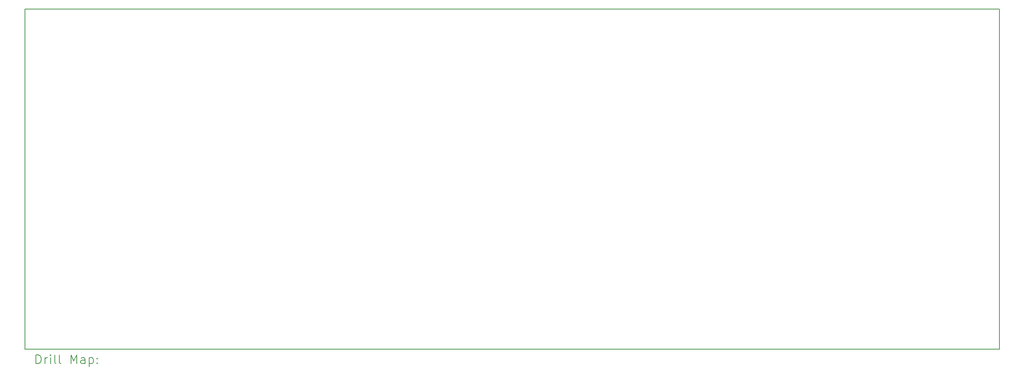
<source format=gbr>
%TF.GenerationSoftware,KiCad,Pcbnew,8.0.6-8.0.6-0~ubuntu24.04.1*%
%TF.CreationDate,2024-11-10T23:40:15-05:00*%
%TF.ProjectId,array,61727261-792e-46b6-9963-61645f706362,rev?*%
%TF.SameCoordinates,Original*%
%TF.FileFunction,Drillmap*%
%TF.FilePolarity,Positive*%
%FSLAX45Y45*%
G04 Gerber Fmt 4.5, Leading zero omitted, Abs format (unit mm)*
G04 Created by KiCad (PCBNEW 8.0.6-8.0.6-0~ubuntu24.04.1) date 2024-11-10 23:40:15*
%MOMM*%
%LPD*%
G01*
G04 APERTURE LIST*
%ADD10C,0.200000*%
G04 APERTURE END LIST*
D10*
X4480000Y-4481000D02*
X26307500Y-4481000D01*
X26307500Y-12100000D01*
X4480000Y-12100000D01*
X4480000Y-4481000D01*
X4730777Y-12421484D02*
X4730777Y-12221484D01*
X4730777Y-12221484D02*
X4778396Y-12221484D01*
X4778396Y-12221484D02*
X4806967Y-12231008D01*
X4806967Y-12231008D02*
X4826015Y-12250055D01*
X4826015Y-12250055D02*
X4835539Y-12269103D01*
X4835539Y-12269103D02*
X4845063Y-12307198D01*
X4845063Y-12307198D02*
X4845063Y-12335769D01*
X4845063Y-12335769D02*
X4835539Y-12373865D01*
X4835539Y-12373865D02*
X4826015Y-12392912D01*
X4826015Y-12392912D02*
X4806967Y-12411960D01*
X4806967Y-12411960D02*
X4778396Y-12421484D01*
X4778396Y-12421484D02*
X4730777Y-12421484D01*
X4930777Y-12421484D02*
X4930777Y-12288150D01*
X4930777Y-12326246D02*
X4940301Y-12307198D01*
X4940301Y-12307198D02*
X4949824Y-12297674D01*
X4949824Y-12297674D02*
X4968872Y-12288150D01*
X4968872Y-12288150D02*
X4987920Y-12288150D01*
X5054586Y-12421484D02*
X5054586Y-12288150D01*
X5054586Y-12221484D02*
X5045063Y-12231008D01*
X5045063Y-12231008D02*
X5054586Y-12240531D01*
X5054586Y-12240531D02*
X5064110Y-12231008D01*
X5064110Y-12231008D02*
X5054586Y-12221484D01*
X5054586Y-12221484D02*
X5054586Y-12240531D01*
X5178396Y-12421484D02*
X5159348Y-12411960D01*
X5159348Y-12411960D02*
X5149824Y-12392912D01*
X5149824Y-12392912D02*
X5149824Y-12221484D01*
X5283158Y-12421484D02*
X5264110Y-12411960D01*
X5264110Y-12411960D02*
X5254586Y-12392912D01*
X5254586Y-12392912D02*
X5254586Y-12221484D01*
X5511729Y-12421484D02*
X5511729Y-12221484D01*
X5511729Y-12221484D02*
X5578396Y-12364341D01*
X5578396Y-12364341D02*
X5645062Y-12221484D01*
X5645062Y-12221484D02*
X5645062Y-12421484D01*
X5826015Y-12421484D02*
X5826015Y-12316722D01*
X5826015Y-12316722D02*
X5816491Y-12297674D01*
X5816491Y-12297674D02*
X5797443Y-12288150D01*
X5797443Y-12288150D02*
X5759348Y-12288150D01*
X5759348Y-12288150D02*
X5740301Y-12297674D01*
X5826015Y-12411960D02*
X5806967Y-12421484D01*
X5806967Y-12421484D02*
X5759348Y-12421484D01*
X5759348Y-12421484D02*
X5740301Y-12411960D01*
X5740301Y-12411960D02*
X5730777Y-12392912D01*
X5730777Y-12392912D02*
X5730777Y-12373865D01*
X5730777Y-12373865D02*
X5740301Y-12354817D01*
X5740301Y-12354817D02*
X5759348Y-12345293D01*
X5759348Y-12345293D02*
X5806967Y-12345293D01*
X5806967Y-12345293D02*
X5826015Y-12335769D01*
X5921253Y-12288150D02*
X5921253Y-12488150D01*
X5921253Y-12297674D02*
X5940301Y-12288150D01*
X5940301Y-12288150D02*
X5978396Y-12288150D01*
X5978396Y-12288150D02*
X5997443Y-12297674D01*
X5997443Y-12297674D02*
X6006967Y-12307198D01*
X6006967Y-12307198D02*
X6016491Y-12326246D01*
X6016491Y-12326246D02*
X6016491Y-12383388D01*
X6016491Y-12383388D02*
X6006967Y-12402436D01*
X6006967Y-12402436D02*
X5997443Y-12411960D01*
X5997443Y-12411960D02*
X5978396Y-12421484D01*
X5978396Y-12421484D02*
X5940301Y-12421484D01*
X5940301Y-12421484D02*
X5921253Y-12411960D01*
X6102205Y-12402436D02*
X6111729Y-12411960D01*
X6111729Y-12411960D02*
X6102205Y-12421484D01*
X6102205Y-12421484D02*
X6092682Y-12411960D01*
X6092682Y-12411960D02*
X6102205Y-12402436D01*
X6102205Y-12402436D02*
X6102205Y-12421484D01*
X6102205Y-12297674D02*
X6111729Y-12307198D01*
X6111729Y-12307198D02*
X6102205Y-12316722D01*
X6102205Y-12316722D02*
X6092682Y-12307198D01*
X6092682Y-12307198D02*
X6102205Y-12297674D01*
X6102205Y-12297674D02*
X6102205Y-12316722D01*
M02*

</source>
